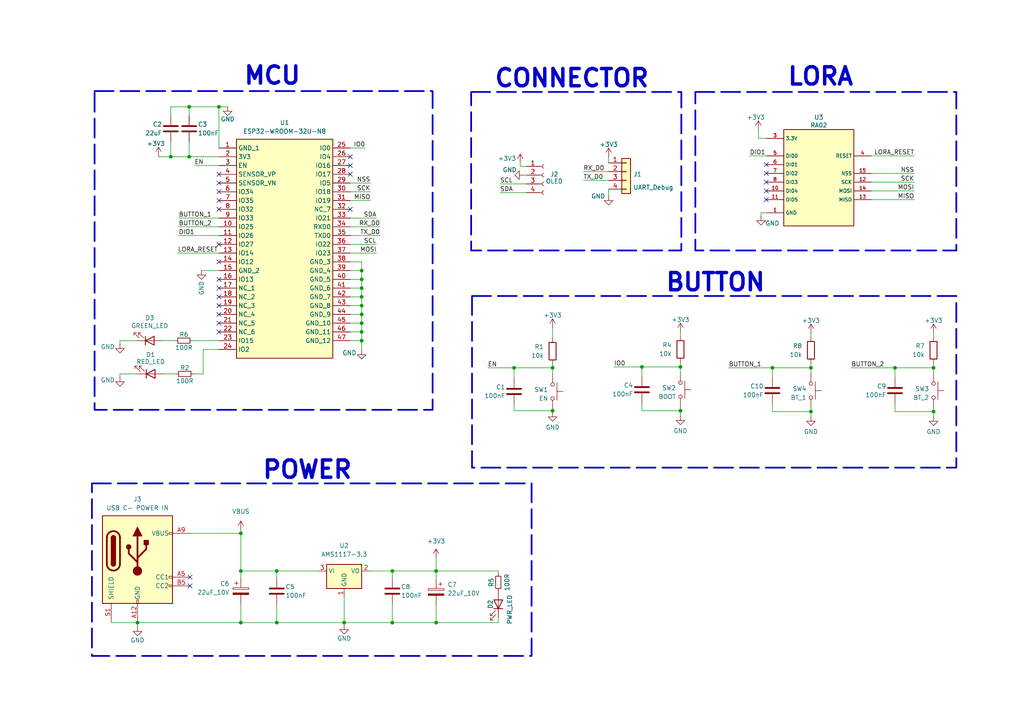
<source format=kicad_sch>
(kicad_sch (version 20231120) (generator "eeschema") (generator_version "8.0")
  (paper "A4")
  (lib_symbols
    (symbol "Connector:Conn_01x04_Socket" (pin_names (offset 1.016) hide)
      (property "Reference" "J" (at 0 5.08 0))
      (property "Value" "Conn_01x04_Socket" (at 0 -7.62 0))
      (symbol "Conn_01x04_Socket_1_1"
        (arc (start 0 -4.572) (mid -0.5058 -5.08) (end 0 -5.588) (stroke (width 0.1524)))
        (arc (start 0 -2.032) (mid -0.5058 -2.54) (end 0 -3.048) (stroke (width 0.1524)))
        (polyline (pts (xy -1.27 -5.08) (xy -0.508 -5.08)) (stroke (width 0.1524)))
        (polyline (pts (xy -1.27 -2.54) (xy -0.508 -2.54)) (stroke (width 0.1524)))
        (polyline (pts (xy -1.27 0) (xy -0.508 0)) (stroke (width 0.1524)))
        (polyline (pts (xy -1.27 2.54) (xy -0.508 2.54)) (stroke (width 0.1524)))
        (arc (start 0 0.508) (mid -0.5058 0) (end 0 -0.508) (stroke (width 0.1524)))
        (arc (start 0 3.048) (mid -0.5058 2.54) (end 0 2.032) (stroke (width 0.1524)))
        (pin passive line (at -5.08 2.54 0) (length 3.81) (name "Pin_1") (number "1"))
        (pin passive line (at -5.08 0 0) (length 3.81) (name "Pin_2") (number "2"))
        (pin passive line (at -5.08 -2.54 0) (length 3.81) (name "Pin_3") (number "3"))
        (pin passive line (at -5.08 -5.08 0) (length 3.81) (name "Pin_4") (number "4"))
      )
    )
    (symbol "Connector:USB_C_Receptacle_PowerOnly_6P" (pin_names (offset 1.016))
      (property "Reference" "J" (at 0 16.51 0))
      (property "Value" "USB_C_Receptacle_PowerOnly_6P" (at 0 13.97 0))
      (symbol "USB_C_Receptacle_PowerOnly_6P_0_0"
        (rectangle (start -0.254 -12.7) (end 0.254 -11.684))
        (rectangle (start 10.16 -7.366) (end 9.144 -7.874))
        (rectangle (start 10.16 -4.826) (end 9.144 -5.334))
        (rectangle (start 10.16 7.874) (end 9.144 7.366))
      )
      (symbol "USB_C_Receptacle_PowerOnly_6P_0_1"
        (rectangle (start -10.16 12.7) (end 10.16 -12.7) (stroke (width 0.254)) (fill (type background)))
        (arc (start -8.89 -1.27) (mid -6.985 -3.1667) (end -5.08 -1.27) (stroke (width 0.508)))
        (arc (start -7.62 -1.27) (mid -6.985 -1.9023) (end -6.35 -1.27) (stroke (width 0.254)))
        (arc (start -7.62 -1.27) (mid -6.985 -1.9023) (end -6.35 -1.27) (stroke (width 0.254)) (fill (type outline)))
        (rectangle (start -7.62 -1.27) (end -6.35 6.35) (stroke (width 0.254)) (fill (type outline)))
        (arc (start -6.35 6.35) (mid -6.985 6.9823) (end -7.62 6.35) (stroke (width 0.254)))
        (arc (start -6.35 6.35) (mid -6.985 6.9823) (end -7.62 6.35) (stroke (width 0.254)) (fill (type outline)))
        (arc (start -5.08 6.35) (mid -6.985 8.2467) (end -8.89 6.35) (stroke (width 0.508)))
        (circle (center -2.54 3.683) (radius 0.635) (stroke (width 0.254)) (fill (type outline)))
        (circle (center 0 -3.302) (radius 1.27) (fill (type outline)))
        (polyline (pts (xy -8.89 -1.27) (xy -8.89 6.35)) (stroke (width 0.508)))
        (polyline (pts (xy -5.08 6.35) (xy -5.08 -1.27)) (stroke (width 0.508)))
        (polyline (pts (xy 0 -3.302) (xy 0 6.858)) (stroke (width 0.508)))
        (polyline (pts (xy 0 -0.762) (xy -2.54 1.778) (xy -2.54 3.048)) (stroke (width 0.508)))
        (polyline (pts (xy 0 0.508) (xy 2.54 3.048) (xy 2.54 4.318)) (stroke (width 0.508)))
        (polyline (pts (xy -1.27 6.858) (xy 0 9.398) (xy 1.27 6.858) (xy -1.27 6.858)) (stroke (width 0.254)) (fill (type outline)))
        (rectangle (start 1.905 4.318) (end 3.175 5.588) (stroke (width 0.254)) (fill (type outline)))
      )
      (symbol "USB_C_Receptacle_PowerOnly_6P_1_1"
        (pin passive line (at 0 -17.78 90) (length 5.08) (name "GND") (number "A12"))
        (pin bidirectional line (at 15.24 -5.08 180) (length 5.08) (name "CC1") (number "A5"))
        (pin passive line (at 15.24 7.62 180) (length 5.08) (name "VBUS") (number "A9"))
        (pin passive line (at 0 -17.78 90) (length 5.08) hide (name "GND") (number "B12"))
        (pin bidirectional line (at 15.24 -7.62 180) (length 5.08) (name "CC2") (number "B5"))
        (pin passive line (at 15.24 7.62 180) (length 5.08) hide (name "VBUS") (number "B9"))
        (pin passive line (at -7.62 -17.78 90) (length 5.08) (name "SHIELD") (number "S1"))
      )
    )
    (symbol "Connector_Generic:Conn_01x04" (pin_names (offset 1.016) hide)
      (property "Reference" "J" (at 0 5.08 0))
      (property "Value" "Conn_01x04" (at 0 -7.62 0))
      (symbol "Conn_01x04_1_1"
        (rectangle (start -1.27 -4.953) (end 0 -5.207) (stroke (width 0.1524)))
        (rectangle (start -1.27 -2.413) (end 0 -2.667) (stroke (width 0.1524)))
        (rectangle (start -1.27 0.127) (end 0 -0.127) (stroke (width 0.1524)))
        (rectangle (start -1.27 2.667) (end 0 2.413) (stroke (width 0.1524)))
        (rectangle (start -1.27 3.81) (end 1.27 -6.35) (stroke (width 0.254)) (fill (type background)))
        (pin passive line (at -5.08 2.54 0) (length 3.81) (name "Pin_1") (number "1"))
        (pin passive line (at -5.08 0 0) (length 3.81) (name "Pin_2") (number "2"))
        (pin passive line (at -5.08 -2.54 0) (length 3.81) (name "Pin_3") (number "3"))
        (pin passive line (at -5.08 -5.08 0) (length 3.81) (name "Pin_4") (number "4"))
      )
    )
    (symbol "Device:C" (pin_numbers hide) (pin_names (offset 0.254))
      (property "Reference" "C" (at 0.635 2.54 0))
      (property "Value" "C" (at 0.635 -2.54 0))
      (symbol "C_0_1"
        (polyline (pts (xy -2.032 -0.762) (xy 2.032 -0.762)) (stroke (width 0.508)))
        (polyline (pts (xy -2.032 0.762) (xy 2.032 0.762)) (stroke (width 0.508)))
      )
      (symbol "C_1_1"
        (pin passive line (at 0 3.81 270) (length 2.794) (name "~") (number "1"))
        (pin passive line (at 0 -3.81 90) (length 2.794) (name "~") (number "2"))
      )
    )
    (symbol "Device:C_Polarized" (pin_numbers hide) (pin_names (offset 0.254))
      (property "Reference" "C" (at 0.635 2.54 0))
      (property "Value" "C_Polarized" (at 0.635 -2.54 0))
      (symbol "C_Polarized_0_1"
        (rectangle (start -2.286 0.508) (end 2.286 1.016))
        (polyline (pts (xy -1.778 2.286) (xy -0.762 2.286)))
        (polyline (pts (xy -1.27 2.794) (xy -1.27 1.778)))
        (rectangle (start 2.286 -0.508) (end -2.286 -1.016) (fill (type outline)))
      )
      (symbol "C_Polarized_1_1"
        (pin passive line (at 0 3.81 270) (length 2.794) (name "~") (number "1"))
        (pin passive line (at 0 -3.81 90) (length 2.794) (name "~") (number "2"))
      )
    )
    (symbol "Device:LED" (pin_numbers hide) (pin_names (offset 1.016) hide)
      (property "Reference" "D" (at 0 2.54 0))
      (property "Value" "LED" (at 0 -2.54 0))
      (symbol "LED_0_1"
        (polyline (pts (xy -1.27 -1.27) (xy -1.27 1.27)) (stroke (width 0.254)))
        (polyline (pts (xy -1.27 0) (xy 1.27 0)))
        (polyline (pts (xy 1.27 -1.27) (xy 1.27 1.27) (xy -1.27 0) (xy 1.27 -1.27)) (stroke (width 0.254)))
        (polyline (pts (xy -3.048 -0.762) (xy -4.572 -2.286) (xy -3.81 -2.286) (xy -4.572 -2.286) (xy -4.572 -1.524)))
        (polyline (pts (xy -1.778 -0.762) (xy -3.302 -2.286) (xy -2.54 -2.286) (xy -3.302 -2.286) (xy -3.302 -1.524)))
      )
      (symbol "LED_1_1"
        (pin passive line (at -3.81 0 0) (length 2.54) (name "K") (number "1"))
        (pin passive line (at 3.81 0 180) (length 2.54) (name "A") (number "2"))
      )
    )
    (symbol "Device:R" (pin_numbers hide) (pin_names (offset 0))
      (property "Reference" "R" (at 2.032 0 90))
      (property "Value" "R" (at 0 0 90))
      (symbol "R_0_1"
        (rectangle (start -1.016 -2.54) (end 1.016 2.54) (stroke (width 0.254)))
      )
      (symbol "R_1_1"
        (pin passive line (at 0 3.81 270) (length 1.27) (name "~") (number "1"))
        (pin passive line (at 0 -3.81 90) (length 1.27) (name "~") (number "2"))
      )
    )
    (symbol "Device:R_Small" (pin_numbers hide) (pin_names (offset 0.254) hide)
      (property "Reference" "R" (at 0.762 0.508 0))
      (property "Value" "R_Small" (at 0.762 -1.016 0))
      (symbol "R_Small_0_1"
        (rectangle (start -0.762 1.778) (end 0.762 -1.778) (stroke (width 0.2032)))
      )
      (symbol "R_Small_1_1"
        (pin passive line (at 0 2.54 270) (length 0.762) (name "~") (number "1"))
        (pin passive line (at 0 -2.54 90) (length 0.762) (name "~") (number "2"))
      )
    )
    (symbol "IVS_SYMBOL:SW_Push" (pin_numbers hide) (pin_names (offset 1.016) hide)
      (property "Reference" "SW" (at 1.27 2.54 0))
      (property "Value" "SW_Push" (at 0 -1.524 0))
      (symbol "SW_Push_0_1"
        (circle (center -2.032 0) (radius 0.508))
        (polyline (pts (xy 0 1.27) (xy 0 3.048)))
        (polyline (pts (xy 2.54 1.27) (xy -2.54 1.27)))
        (circle (center 2.032 0) (radius 0.508))
        (pin passive line (at -5.08 0 0) (length 2.54) (name "1") (number "1"))
        (pin passive line (at 5.08 0 180) (length 2.54) (name "2") (number "2"))
      )
    )
    (symbol "Master_Board:ESP32-WROOM-32U-N8"
      (property "Reference" "U" (at 0 38.354 0))
      (property "Value" "ESP32-WROOM-32U-N8" (at 0 36.068 0))
      (symbol "ESP32-WROOM-32U-N8_1_1"
        (rectangle (start -13.97 34.29) (end 13.97 -29.21) (stroke (width 0.254)) (fill (type background)))
        (pin passive line (at -19.05 31.75 0) (length 5.08) (name "GND_1") (number "1"))
        (pin passive line (at -19.05 8.89 0) (length 5.08) (name "IO25") (number "10"))
        (pin passive line (at -19.05 6.35 0) (length 5.08) (name "IO26") (number "11"))
        (pin passive line (at -19.05 3.81 0) (length 5.08) (name "IO27") (number "12"))
        (pin passive line (at -19.05 1.27 0) (length 5.08) (name "IO14") (number "13"))
        (pin passive line (at -19.05 -1.27 0) (length 5.08) (name "IO12") (number "14"))
        (pin passive line (at -19.05 -3.81 0) (length 5.08) (name "GND_2") (number "15"))
        (pin passive line (at -19.05 -6.35 0) (length 5.08) (name "IO13") (number "16"))
        (pin passive line (at -19.05 -8.89 0) (length 5.08) (name "NC_1") (number "17"))
        (pin passive line (at -19.05 -11.43 0) (length 5.08) (name "NC_2") (number "18"))
        (pin passive line (at -19.05 -13.97 0) (length 5.08) (name "NC_3") (number "19"))
        (pin passive line (at -19.05 29.21 0) (length 5.08) (name "3V3") (number "2"))
        (pin passive line (at -19.05 -16.51 0) (length 5.08) (name "NC_4") (number "20"))
        (pin passive line (at -19.05 -19.05 0) (length 5.08) (name "NC_5") (number "21"))
        (pin passive line (at -19.05 -21.59 0) (length 5.08) (name "NC_6") (number "22"))
        (pin passive line (at -19.05 -24.13 0) (length 5.08) (name "IO15") (number "23"))
        (pin passive line (at -19.05 -26.67 0) (length 5.08) (name "IO2") (number "24"))
        (pin passive line (at 19.05 31.75 180) (length 5.08) (name "IO0") (number "25"))
        (pin passive line (at 19.05 29.21 180) (length 5.08) (name "IO4") (number "26"))
        (pin passive line (at 19.05 26.67 180) (length 5.08) (name "IO16") (number "27"))
        (pin passive line (at 19.05 24.13 180) (length 5.08) (name "IO17") (number "28"))
        (pin passive line (at 19.05 21.59 180) (length 5.08) (name "IO5") (number "29"))
        (pin passive line (at -19.05 26.67 0) (length 5.08) (name "EN") (number "3"))
        (pin passive line (at 19.05 19.05 180) (length 5.08) (name "IO18") (number "30"))
        (pin passive line (at 19.05 16.51 180) (length 5.08) (name "IO19") (number "31"))
        (pin passive line (at 19.05 13.97 180) (length 5.08) (name "NC_7") (number "32"))
        (pin passive line (at 19.05 11.43 180) (length 5.08) (name "IO21") (number "33"))
        (pin passive line (at 19.05 8.89 180) (length 5.08) (name "RXD0") (number "34"))
        (pin passive line (at 19.05 6.35 180) (length 5.08) (name "TXD0") (number "35"))
        (pin passive line (at 19.05 3.81 180) (length 5.08) (name "IO22") (number "36"))
        (pin passive line (at 19.05 1.27 180) (length 5.08) (name "IO23") (number "37"))
        (pin passive line (at 19.05 -1.27 180) (length 5.08) (name "GND_3") (number "38"))
        (pin passive line (at 19.05 -3.81 180) (length 5.08) (name "GND_4") (number "39"))
        (pin passive line (at -19.05 24.13 0) (length 5.08) (name "SENSOR_VP") (number "4"))
        (pin passive line (at 19.05 -6.35 180) (length 5.08) (name "GND_5") (number "40"))
        (pin passive line (at 19.05 -8.89 180) (length 5.08) (name "GND_6") (number "41"))
        (pin passive line (at 19.05 -11.43 180) (length 5.08) (name "GND_7") (number "42"))
        (pin passive line (at 19.05 -13.97 180) (length 5.08) (name "GND_8") (number "43"))
        (pin passive line (at 19.05 -16.51 180) (length 5.08) (name "GND_9") (number "44"))
        (pin passive line (at 19.05 -19.05 180) (length 5.08) (name "GND_10") (number "45"))
        (pin passive line (at 19.05 -21.59 180) (length 5.08) (name "GND_11") (number "46"))
        (pin passive line (at 19.05 -24.13 180) (length 5.08) (name "GND_12") (number "47"))
        (pin passive line (at -19.05 21.59 0) (length 5.08) (name "SENSOR_VN") (number "5"))
        (pin passive line (at -19.05 19.05 0) (length 5.08) (name "IO34") (number "6"))
        (pin passive line (at -19.05 16.51 0) (length 5.08) (name "IO35") (number "7"))
        (pin passive line (at -19.05 13.97 0) (length 5.08) (name "IO32") (number "8"))
        (pin passive line (at -19.05 11.43 0) (length 5.08) (name "IO33") (number "9"))
      )
    )
    (symbol "Regulator_Linear:AMS1117-3.3"
      (property "Reference" "U" (at -3.81 3.175 0))
      (property "Value" "AMS1117-3.3" (at 0 3.175 0))
      (symbol "AMS1117-3.3_0_1"
        (rectangle (start -5.08 -5.08) (end 5.08 1.905) (stroke (width 0.254)) (fill (type background)))
      )
      (symbol "AMS1117-3.3_1_1"
        (pin power_in line (at 0 -7.62 90) (length 2.54) (name "GND") (number "1"))
        (pin power_out line (at 7.62 0 180) (length 2.54) (name "VO") (number "2"))
        (pin power_in line (at -7.62 0 0) (length 2.54) (name "VI") (number "3"))
      )
    )
    (symbol "power:+3V3" (power) (pin_numbers hide) (pin_names (offset 0) hide)
      (property "Value" "+3V3" (at 0 3.556 0))
      (symbol "+3V3_0_1"
        (polyline (pts (xy -0.762 1.27) (xy 0 2.54)))
        (polyline (pts (xy 0 0) (xy 0 2.54)))
        (polyline (pts (xy 0 2.54) (xy 0.762 1.27)))
      )
      (symbol "+3V3_1_1"
        (pin power_in line (at 0 0 90) (length 0) (name "~") (number "1"))
      )
    )
    (symbol "power:GND" (power) (pin_numbers hide) (pin_names (offset 0) hide)
      (property "Value" "GND" (at 0 -3.81 0))
      (symbol "GND_0_1"
        (polyline (pts (xy 0 0) (xy 0 -1.27) (xy 1.27 -1.27) (xy 0 -2.54) (xy -1.27 -1.27) (xy 0 -1.27)))
      )
      (symbol "GND_1_1"
        (pin power_in line (at 0 0 270) (length 0) (name "~") (number "1"))
      )
    )
    (symbol "power:VBUS" (power) (pin_numbers hide) (pin_names (offset 0) hide)
      (property "Value" "VBUS" (at 0 3.556 0))
      (symbol "VBUS_0_1"
        (polyline (pts (xy -0.762 1.27) (xy 0 2.54)))
        (polyline (pts (xy 0 0) (xy 0 2.54)))
        (polyline (pts (xy 0 2.54) (xy 0.762 1.27)))
      )
      (symbol "VBUS_1_1"
        (pin power_in line (at 0 0 90) (length 0) (name "~") (number "1"))
      )
    )
    (symbol "project241_sym:Lora_RA_02"
      (property "Reference" "U4" (at 0 19.304 0))
      (property "Value" "RA02" (at 0 16.764 0))
      (symbol "Lora_RA_02_0_0"
        (rectangle (start -10.16 13.97) (end 10.16 -13.97) (stroke (width 0.254)) (fill (type background)))
        (pin bidirectional line (at 15.24 -3.81 180) (length 5.08) (name "DI04") (number "10"))
        (pin bidirectional line (at 15.24 -6.35 180) (length 5.08) (name "DI05") (number "11"))
        (pin output line (at -15.24 -6.35 0) (length 5.08) (name "MISO") (number "13"))
        (pin input line (at -15.24 -3.81 0) (length 5.08) (name "MOSI") (number "14"))
        (pin input line (at -15.24 1.27 0) (length 5.08) (name "NSS") (number "15"))
        (pin power_in line (at 15.24 -10.16 180) (length 5.08) hide (name "GND") (number "16"))
        (pin power_in line (at 15.24 -10.16 180) (length 5.08) hide (name "GND") (number "2"))
        (pin input line (at -15.24 6.35 0) (length 5.08) (name "RESET") (number "4"))
        (pin bidirectional line (at 15.24 6.35 180) (length 5.08) (name "DI00") (number "5"))
        (pin bidirectional line (at 15.24 3.81 180) (length 5.08) (name "DI01") (number "6"))
        (pin bidirectional line (at 15.24 1.27 180) (length 5.08) (name "DI02") (number "7"))
        (pin bidirectional line (at 15.24 -1.27 180) (length 5.08) (name "DI03") (number "8"))
        (pin power_in line (at 15.24 -10.16 180) (length 5.08) hide (name "GND") (number "9"))
      )
      (symbol "Lora_RA_02_1_0"
        (pin passive line (at 15.24 -10.16 180) (length 5.08) (name "GND") (number "1"))
        (pin input line (at -15.24 -1.27 0) (length 5.08) (name "SCK") (number "12"))
        (pin passive line (at 15.24 11.43 180) (length 5.08) (name "3.3V") (number "3"))
      )
    )
  )
  (junction (at 104.902 83.566))
  (junction (at 160.274 119.126))
  (junction (at 149.098 106.68))
  (junction (at 63.5 30.988))
  (junction (at 104.902 81.026))
  (junction (at 104.902 93.726))
  (junction (at 126.492 180.594))
  (junction (at 197.358 119.126))
  (junction (at 186.182 106.426))
  (junction (at 80.264 165.608))
  (junction (at 160.274 106.68))
  (junction (at 224.028 106.68))
  (junction (at 113.792 180.594))
  (junction (at 99.822 180.594))
  (junction (at 104.902 98.806))
  (junction (at 69.85 154.686))
  (junction (at 49.53 45.466))
  (junction (at 270.764 119.38))
  (junction (at 104.902 96.266))
  (junction (at 104.902 78.486))
  (junction (at 104.902 88.646))
  (junction (at 235.204 119.38))
  (junction (at 69.85 165.608))
  (junction (at 270.764 106.68))
  (junction (at 104.902 91.186))
  (junction (at 104.902 86.106))
  (junction (at 54.864 30.988))
  (junction (at 126.492 165.608))
  (junction (at 197.358 106.426))
  (junction (at 259.588 106.68))
  (junction (at 54.864 45.466))
  (junction (at 80.264 180.594))
  (junction (at 235.204 106.68))
  (junction (at 39.878 180.594))
  (junction (at 69.85 180.594))
  (junction (at 113.792 165.608))
  (no_connect (at 222.25 47.752))
  (no_connect (at 222.25 55.372))
  (no_connect (at 63.5 83.566))
  (no_connect (at 222.25 57.912))
  (no_connect (at 63.5 75.946))
  (no_connect (at 63.5 93.726))
  (no_connect (at 101.6 48.006))
  (no_connect (at 55.118 167.386))
  (no_connect (at 222.25 50.292))
  (no_connect (at 101.6 45.466))
  (no_connect (at 101.6 60.706))
  (no_connect (at 63.5 86.106))
  (no_connect (at 63.5 88.646))
  (no_connect (at 63.5 60.706))
  (no_connect (at 63.5 91.186))
  (no_connect (at 63.5 96.266))
  (no_connect (at 55.118 169.926))
  (no_connect (at 101.6 50.546))
  (no_connect (at 63.5 81.026))
  (no_connect (at 63.5 53.086))
  (no_connect (at 222.25 52.832))
  (no_connect (at 63.5 55.626))
  (no_connect (at 63.5 50.546))
  (no_connect (at 63.5 58.166))
  (no_connect (at 63.5 70.866))
  (wire (pts (xy 63.5 30.988) (xy 63.5 42.926)))
  (wire (pts (xy 51.816 65.786) (xy 63.5 65.786)))
  (wire (pts (xy 109.22 70.866) (xy 101.6 70.866)))
  (wire (pts (xy 113.792 165.608) (xy 126.492 165.608)))
  (wire (pts (xy 160.274 106.68) (xy 149.098 106.68)))
  (wire (pts (xy 104.902 86.106) (xy 104.902 88.646)))
  (wire (pts (xy 126.492 180.594) (xy 144.526 180.594)))
  (wire (pts (xy 34.798 99.822) (xy 34.798 98.806)))
  (wire (pts (xy 259.588 117.094) (xy 259.588 119.38)))
  (wire (pts (xy 104.902 98.806) (xy 101.6 98.806)))
  (wire (pts (xy 80.264 165.608) (xy 92.202 165.608)))
  (wire (pts (xy 32.258 180.594) (xy 39.878 180.594)))
  (wire (pts (xy 197.358 120.65) (xy 197.358 119.126)))
  (wire (pts (xy 49.53 45.466) (xy 49.53 41.148)))
  (wire (pts (xy 58.928 108.458) (xy 58.928 101.346)))
  (wire (pts (xy 49.53 33.528) (xy 49.53 30.988)))
  (wire (pts (xy 99.822 173.228) (xy 99.822 180.594)))
  (wire (pts (xy 259.588 106.68) (xy 270.764 106.68)))
  (wire (pts (xy 39.878 180.594) (xy 39.878 180.086)))
  (wire (pts (xy 34.798 98.806) (xy 39.624 98.806)))
  (wire (pts (xy 80.264 180.594) (xy 99.822 180.594)))
  (wire (pts (xy 105.918 42.926) (xy 101.6 42.926)))
  (wire (pts (xy 141.478 106.68) (xy 149.098 106.68)))
  (wire (pts (xy 47.498 108.458) (xy 51.054 108.458)))
  (wire (pts (xy 265.176 55.372) (xy 252.73 55.372)))
  (wire (pts (xy 104.902 96.266) (xy 104.902 98.806)))
  (wire (pts (xy 104.902 81.026) (xy 101.6 81.026)))
  (wire (pts (xy 197.358 106.426) (xy 197.358 107.95)))
  (wire (pts (xy 47.244 98.806) (xy 50.8 98.806)))
  (wire (pts (xy 104.902 101.6) (xy 104.902 98.806)))
  (wire (pts (xy 150.876 47.244) (xy 150.876 48.26)))
  (wire (pts (xy 69.85 165.608) (xy 80.264 165.608)))
  (wire (pts (xy 49.53 30.988) (xy 54.864 30.988)))
  (wire (pts (xy 69.85 154.686) (xy 69.85 165.608)))
  (wire (pts (xy 104.902 93.726) (xy 104.902 96.266)))
  (wire (pts (xy 235.204 96.52) (xy 235.204 97.79)))
  (wire (pts (xy 220.726 62.738) (xy 220.726 61.722)))
  (wire (pts (xy 265.176 57.912) (xy 252.73 57.912)))
  (wire (pts (xy 224.028 106.68) (xy 235.204 106.68)))
  (wire (pts (xy 270.764 106.68) (xy 270.764 108.204)))
  (wire (pts (xy 104.902 93.726) (xy 101.6 93.726)))
  (wire (pts (xy 104.902 88.646) (xy 101.6 88.646)))
  (wire (pts (xy 126.492 165.608) (xy 144.526 165.608)))
  (wire (pts (xy 51.816 63.246) (xy 63.5 63.246)))
  (wire (pts (xy 169.164 52.324) (xy 176.53 52.324)))
  (wire (pts (xy 55.118 154.686) (xy 69.85 154.686)))
  (wire (pts (xy 265.176 52.832) (xy 252.73 52.832)))
  (wire (pts (xy 107.442 55.626) (xy 101.6 55.626)))
  (wire (pts (xy 104.902 88.646) (xy 104.902 91.186)))
  (wire (pts (xy 101.6 63.246) (xy 109.22 63.246)))
  (wire (pts (xy 99.822 180.594) (xy 99.822 181.356)))
  (wire (pts (xy 113.792 167.64) (xy 113.792 165.608)))
  (wire (pts (xy 176.53 54.864) (xy 176.53 56.896)))
  (wire (pts (xy 186.182 106.426) (xy 186.182 109.22)))
  (wire (pts (xy 160.274 106.68) (xy 160.274 108.458)))
  (wire (pts (xy 69.85 175.26) (xy 69.85 180.594)))
  (wire (pts (xy 110.236 68.326) (xy 101.6 68.326)))
  (wire (pts (xy 54.864 45.466) (xy 49.53 45.466)))
  (wire (pts (xy 63.5 30.988) (xy 54.864 30.988)))
  (wire (pts (xy 58.928 101.346) (xy 63.5 101.346)))
  (wire (pts (xy 126.492 175.514) (xy 126.492 180.594)))
  (wire (pts (xy 265.176 50.292) (xy 252.73 50.292)))
  (wire (pts (xy 186.182 116.84) (xy 186.182 119.126)))
  (wire (pts (xy 39.878 180.594) (xy 69.85 180.594)))
  (wire (pts (xy 55.88 98.806) (xy 63.5 98.806)))
  (wire (pts (xy 51.562 73.406) (xy 63.5 73.406)))
  (wire (pts (xy 39.878 180.594) (xy 39.878 181.864)))
  (wire (pts (xy 110.236 65.786) (xy 101.6 65.786)))
  (wire (pts (xy 144.526 166.37) (xy 144.526 165.608)))
  (wire (pts (xy 104.902 91.186) (xy 104.902 93.726)))
  (wire (pts (xy 69.85 180.594) (xy 80.264 180.594)))
  (wire (pts (xy 104.902 86.106) (xy 101.6 86.106)))
  (wire (pts (xy 104.902 91.186) (xy 101.6 91.186)))
  (wire (pts (xy 51.816 68.326) (xy 63.5 68.326)))
  (wire (pts (xy 104.902 78.486) (xy 104.902 81.026)))
  (wire (pts (xy 259.588 106.68) (xy 259.588 109.474)))
  (wire (pts (xy 270.764 120.904) (xy 270.764 119.38)))
  (wire (pts (xy 104.902 75.946) (xy 104.902 78.486)))
  (wire (pts (xy 99.822 180.594) (xy 113.792 180.594)))
  (wire (pts (xy 270.764 118.364) (xy 270.764 119.38)))
  (wire (pts (xy 34.798 108.458) (xy 39.878 108.458)))
  (wire (pts (xy 235.204 120.904) (xy 235.204 119.38)))
  (wire (pts (xy 197.358 105.156) (xy 197.358 106.426)))
  (wire (pts (xy 104.902 75.946) (xy 101.6 75.946)))
  (wire (pts (xy 150.876 48.26) (xy 152.654 48.26)))
  (wire (pts (xy 176.53 45.466) (xy 176.53 47.244)))
  (wire (pts (xy 107.442 53.086) (xy 101.6 53.086)))
  (wire (pts (xy 107.442 58.166) (xy 101.6 58.166)))
  (wire (pts (xy 152.654 53.34) (xy 145.034 53.34)))
  (wire (pts (xy 101.6 73.406) (xy 109.22 73.406)))
  (wire (pts (xy 144.526 179.07) (xy 144.526 180.594)))
  (wire (pts (xy 270.764 105.41) (xy 270.764 106.68)))
  (wire (pts (xy 211.328 106.68) (xy 224.028 106.68)))
  (wire (pts (xy 197.358 118.11) (xy 197.358 119.126)))
  (wire (pts (xy 113.792 180.594) (xy 126.492 180.594)))
  (wire (pts (xy 219.964 40.132) (xy 222.25 40.132)))
  (wire (pts (xy 80.264 167.64) (xy 80.264 165.608)))
  (wire (pts (xy 186.182 119.126) (xy 197.358 119.126)))
  (wire (pts (xy 151.892 50.8) (xy 152.654 50.8)))
  (wire (pts (xy 104.902 83.566) (xy 104.902 86.106)))
  (wire (pts (xy 45.974 45.466) (xy 45.974 45.212)))
  (wire (pts (xy 104.902 78.486) (xy 101.6 78.486)))
  (wire (pts (xy 235.204 106.68) (xy 235.204 108.204)))
  (wire (pts (xy 56.134 108.458) (xy 58.928 108.458)))
  (wire (pts (xy 149.098 106.68) (xy 149.098 109.728)))
  (wire (pts (xy 235.204 105.41) (xy 235.204 106.68)))
  (wire (pts (xy 69.85 165.608) (xy 69.85 167.64)))
  (wire (pts (xy 104.902 83.566) (xy 101.6 83.566)))
  (wire (pts (xy 45.974 45.466) (xy 49.53 45.466)))
  (wire (pts (xy 160.274 119.126) (xy 149.098 119.126)))
  (wire (pts (xy 169.164 49.784) (xy 176.53 49.784)))
  (wire (pts (xy 104.902 96.266) (xy 101.6 96.266)))
  (wire (pts (xy 113.792 175.26) (xy 113.792 180.594)))
  (wire (pts (xy 160.274 105.664) (xy 160.274 106.68)))
  (wire (pts (xy 160.274 94.996) (xy 160.274 98.044)))
  (wire (pts (xy 235.204 118.364) (xy 235.204 119.38)))
  (wire (pts (xy 56.388 48.006) (xy 63.5 48.006)))
  (wire (pts (xy 104.902 81.026) (xy 104.902 83.566)))
  (wire (pts (xy 126.492 167.894) (xy 126.492 165.608)))
  (wire (pts (xy 149.098 117.348) (xy 149.098 119.126)))
  (wire (pts (xy 197.358 96.266) (xy 197.358 97.536)))
  (wire (pts (xy 34.798 109.474) (xy 34.798 108.458)))
  (wire (pts (xy 259.588 119.38) (xy 270.764 119.38)))
  (wire (pts (xy 126.492 161.798) (xy 126.492 165.608)))
  (wire (pts (xy 58.42 78.486) (xy 63.5 78.486)))
  (wire (pts (xy 224.028 117.094) (xy 224.028 119.38)))
  (wire (pts (xy 224.028 119.38) (xy 235.204 119.38)))
  (wire (pts (xy 80.264 175.26) (xy 80.264 180.594)))
  (wire (pts (xy 265.176 45.212) (xy 252.73 45.212)))
  (wire (pts (xy 63.5 45.466) (xy 54.864 45.466)))
  (wire (pts (xy 178.054 106.426) (xy 186.182 106.426)))
  (wire (pts (xy 69.85 153.67) (xy 69.85 154.686)))
  (wire (pts (xy 145.034 55.88) (xy 152.654 55.88)))
  (wire (pts (xy 220.726 61.722) (xy 222.25 61.722)))
  (wire (pts (xy 219.964 37.592) (xy 219.964 40.132)))
  (wire (pts (xy 66.04 30.988) (xy 63.5 30.988)))
  (wire (pts (xy 160.274 119.126) (xy 160.274 119.634)))
  (wire (pts (xy 107.442 165.608) (xy 113.792 165.608)))
  (wire (pts (xy 246.888 106.68) (xy 259.588 106.68)))
  (wire (pts (xy 224.028 106.68) (xy 224.028 109.474)))
  (wire (pts (xy 270.764 96.52) (xy 270.764 97.79)))
  (wire (pts (xy 217.424 45.212) (xy 222.25 45.212)))
  (wire (pts (xy 160.274 118.618) (xy 160.274 119.126)))
  (wire (pts (xy 54.864 41.148) (xy 54.864 45.466)))
  (wire (pts (xy 54.864 33.528) (xy 54.864 30.988)))
  (wire (pts (xy 186.182 106.426) (xy 197.358 106.426)))
  (wire (pts (xy 32.258 180.086) (xy 32.258 180.594)))
  (rectangle (start 136.906 85.852) (end 277.368 135.636) (stroke (width 0.5) (type dash)))
  (rectangle (start 136.652 26.67) (end 197.612 72.644) (stroke (width 0.5) (type dash)))
  (rectangle (start 27.432 26.416) (end 125.476 118.872) (stroke (width 0.5) (type dash)))
  (rectangle (start 201.676 26.67) (end 277.368 72.644) (stroke (width 0.5) (type dash)))
  (rectangle (start 26.67 140.208) (end 154.178 190.246) (stroke (width 0.5) (type dash)))
  (text "MCU" (at 78.994 22.098 0) (effects (font (size 5 5) (thickness 1) (bold yes))))
  (text "BUTTON" (at 207.518 82.042 0) (effects (font (size 5 5) (thickness 1) (bold yes))))
  (text "POWER\n" (at 89.154 136.398 0) (effects (font (size 5 5) (thickness 1) (bold yes))))
  (text "LORA\n" (at 237.998 22.352 0) (effects (font (size 5 5) (thickness 1) (bold yes))))
  (text "CONNECTOR" (at 165.862 22.86 0) (effects (font (size 5 5) (thickness 1) (bold yes))))
  (label "IO0" (at 178.054 106.426 0))
  (label "MISO" (at 107.442 58.166 180))
  (label "IO0" (at 105.918 42.926 180))
  (label "TX_D0" (at 169.164 52.324 0))
  (label "SCL" (at 145.034 53.34 0))
  (label "SCK" (at 265.176 52.832 180))
  (label "SDA" (at 109.22 63.246 180))
  (label "SCL" (at 109.22 70.866 180))
  (label "BUTTON_2" (at 51.816 65.786 0))
  (label "SCK" (at 107.442 55.626 180))
  (label "EN" (at 56.388 48.006 0))
  (label "BUTTON_1" (at 211.328 106.68 0))
  (label "DIO1" (at 217.424 45.212 0))
  (label "BUTTON_2" (at 246.888 106.68 0))
  (label "TX_D0" (at 110.236 68.326 180))
  (label "LORA_RESET" (at 265.176 45.212 180))
  (label "EN" (at 141.478 106.68 0))
  (label "SDA" (at 145.034 55.88 0))
  (label "BUTTON_1" (at 51.816 63.246 0))
  (label "RX_D0" (at 110.236 65.786 180))
  (label "NSS" (at 265.176 50.292 180))
  (label "RX_D0" (at 169.164 49.784 0))
  (label "LORA_RESET" (at 51.562 73.406 0))
  (label "MISO" (at 265.176 57.912 180))
  (label "MOSI" (at 265.176 55.372 180))
  (label "NSS" (at 107.442 53.086 180))
  (label "MOSI" (at 109.22 73.406 180))
  (label "DIO1" (at 51.816 68.326 0))
  (symbol (lib_id "Device:R_Small") (at 53.594 108.458 270) (mirror x) (unit 1)
    (property "Reference" "R2" (at 53.594 106.68 90))
    (property "Value" "100R" (at 53.594 110.49 90))
    (property "Footprint" "Resistor_SMD:R_0603_1608Metric" (effects (hide yes)))
    (property "DigiKey Part Number" "311-150HRTR-ND" (effects (hide yes)))
  )
  (symbol (lib_id "IVS_SYMBOL:SW_Push") (at 197.358 113.03 270) (mirror x) (unit 1)
    (property "Reference" "SW2" (at 196.088 112.5219 90) (effects (justify right)))
    (property "Value" "BOOT" (at 196.088 115.0619 90) (effects (justify right)))
    (property "Footprint" "Master_Board:SW" (effects (hide yes)))
    (property "Description" "Push button switch, generic, two pins" (effects (hide yes)))
    (property "DigiKey Part Number" "CKN10502TR-ND" (effects (hide yes)))
  )
  (symbol (lib_id "power:GND") (at 160.274 119.634 0) (mirror y) (unit 1)
    (property "Reference" "#PWR02" (effects (hide yes)))
    (property "Value" "GND" (at 160.274 123.952 0))
    (property "Description" "Power symbol creates a global label with name \"GND\" , ground" (effects (hide yes)))
  )
  (symbol (lib_id "power:GND") (at 34.798 109.474 0) (mirror y) (unit 1)
    (property "Reference" "#PWR03" (effects (hide yes)))
    (property "Value" "GND" (at 31.242 110.236 0))
    (property "Description" "Power symbol creates a global label with name \"GND\" , ground" (effects (hide yes)))
  )
  (symbol (lib_id "power:+3V3") (at 235.204 96.52 0) (mirror y) (unit 1)
    (property "Reference" "#PWR024" (effects (hide yes)))
    (property "Value" "+3V3" (at 235.204 92.964 0))
    (property "Description" "Power symbol creates a global label with name \"+3V3\"" (effects (hide yes)))
  )
  (symbol (lib_id "Connector_Generic:Conn_01x04") (at 181.61 49.784 0) (unit 1)
    (property "Reference" "J1" (at 184.912 50.546 0))
    (property "Value" "UART_Debug" (at 189.484 54.356 0))
    (property "Footprint" "Connector_PinHeader_2.54mm:PinHeader_1x04_P2.54mm_Vertical" (effects (hide yes)))
    (property "Description" "Generic connector, single row, 01x04, script generated (kicad-library-utils/schlib/autogen/connector/)" (effects (hide yes)))
  )
  (symbol (lib_id "project241_sym:Lora_RA_02") (at 237.49 51.562 0) (mirror y) (unit 1)
    (property "Reference" "U3" (at 237.49 34.036 0))
    (property "Value" "RA02" (at 237.49 36.322 0))
    (property "Footprint" "Master_Board:RA-02" (effects (hide yes)))
  )
  (symbol (lib_id "power:GND") (at 39.878 181.864 0) (unit 1)
    (property "Reference" "#PWR015" (effects (hide yes)))
    (property "Value" "GND" (at 39.878 185.674 0))
    (property "Description" "Power symbol creates a global label with name \"GND\" , ground" (effects (hide yes)))
  )
  (symbol (lib_id "power:+3V3") (at 126.492 161.798 0) (unit 1)
    (property "Reference" "#PWR014" (effects (hide yes)))
    (property "Value" "+3V3" (at 126.492 156.972 0))
    (property "Description" "Power symbol creates a global label with name \"+3V3\"" (effects (hide yes)))
  )
  (symbol (lib_id "power:GND") (at 34.798 99.822 0) (mirror y) (unit 1)
    (property "Reference" "#PWR021" (effects (hide yes)))
    (property "Value" "GND" (at 31.242 100.584 0))
    (property "Description" "Power symbol creates a global label with name \"GND\" , ground" (effects (hide yes)))
  )
  (symbol (lib_id "Device:C") (at 224.028 113.284 0) (mirror y) (unit 1)
    (property "Reference" "C10" (at 221.488 112.014 0) (effects (justify left)))
    (property "Value" "100nF" (at 221.488 114.554 0) (effects (justify left)))
    (property "Footprint" "Capacitor_SMD:C_0603_1608Metric" (effects (hide yes)))
    (property "Description" "Unpolarized capacitor" (effects (hide yes)))
    (property "DigiKey Part Number" "1276-1013-2-ND" (effects (hide yes)))
  )
  (symbol (lib_id "power:GND") (at 220.726 62.738 0) (mirror y) (unit 1)
    (property "Reference" "#PWR019" (effects (hide yes)))
    (property "Value" "GND" (at 224.028 64.77 0))
    (property "Description" "Power symbol creates a global label with name \"GND\" , ground" (effects (hide yes)))
  )
  (symbol (lib_id "Device:LED") (at 43.688 108.458 0) (mirror x) (unit 1)
    (property "Reference" "D1" (at 43.688 102.87 0))
    (property "Value" "RED_LED" (at 43.688 104.902 0))
    (property "Footprint" "LED_SMD:LED_0603_1608Metric" (effects (hide yes)))
    (property "Datasheet" "0805" (effects (hide yes)))
    (property "DigiKey Part Number" "732-4978-2-ND" (effects (hide yes)))
  )
  (symbol (lib_id "Master_Board:ESP32-WROOM-32U-N8") (at 82.55 74.676 0) (unit 1)
    (property "Reference" "U1" (at 82.55 35.56 0))
    (property "Value" "ESP32-WROOM-32U-N8" (at 82.55 38.1 0))
    (property "Footprint" "Master_Board:ESP32WROOM32UEN8" (effects (hide yes)))
  )
  (symbol (lib_id "power:+3V3") (at 150.876 47.244 0) (mirror y) (unit 1)
    (property "Reference" "#PWR017" (effects (hide yes)))
    (property "Value" "+3V3" (at 147.066 45.974 0))
    (property "Description" "Power symbol creates a global label with name \"+3V3\"" (effects (hide yes)))
  )
  (symbol (lib_id "Device:C") (at 149.098 113.538 0) (mirror y) (unit 1)
    (property "Reference" "C1" (at 146.558 112.268 0) (effects (justify left)))
    (property "Value" "100nF" (at 146.558 114.808 0) (effects (justify left)))
    (property "Footprint" "Capacitor_SMD:C_0603_1608Metric" (effects (hide yes)))
    (property "Description" "Unpolarized capacitor" (effects (hide yes)))
    (property "DigiKey Part Number" "1276-1013-2-ND" (effects (hide yes)))
  )
  (symbol (lib_id "Device:C") (at 49.53 37.338 0) (mirror y) (unit 1)
    (property "Reference" "C2" (at 46.99 36.068 0) (effects (justify left)))
    (property "Value" "22uF" (at 46.99 38.608 0) (effects (justify left)))
    (property "Footprint" "Capacitor_SMD:C_0603_1608Metric" (effects (hide yes)))
    (property "Description" "Unpolarized capacitor" (effects (hide yes)))
    (property "DigiKey Part Number" "1276-1013-2-ND" (effects (hide yes)))
  )
  (symbol (lib_id "Device:LED") (at 43.434 98.806 0) (mirror x) (unit 1)
    (property "Reference" "D3" (at 43.434 92.202 0))
    (property "Value" "GREEN_LED" (at 43.434 94.488 0))
    (property "Footprint" "LED_SMD:LED_0603_1608Metric" (effects (hide yes)))
    (property "Datasheet" "0805" (effects (hide yes)))
    (property "DigiKey Part Number" "732-4978-2-ND" (effects (hide yes)))
  )
  (symbol (lib_id "power:+3V3") (at 270.764 96.52 0) (mirror y) (unit 1)
    (property "Reference" "#PWR022" (effects (hide yes)))
    (property "Value" "+3V3" (at 270.764 92.964 0))
    (property "Description" "Power symbol creates a global label with name \"+3V3\"" (effects (hide yes)))
  )
  (symbol (lib_id "power:+3V3") (at 160.274 94.996 0) (mirror y) (unit 1)
    (property "Reference" "#PWR01" (effects (hide yes)))
    (property "Value" "+3V3" (at 160.274 91.44 0))
    (property "Description" "Power symbol creates a global label with name \"+3V3\"" (effects (hide yes)))
  )
  (symbol (lib_id "Device:C") (at 186.182 113.03 0) (mirror y) (unit 1)
    (property "Reference" "C4" (at 183.642 111.76 0) (effects (justify left)))
    (property "Value" "100nF" (at 183.642 114.3 0) (effects (justify left)))
    (property "Footprint" "Capacitor_SMD:C_0603_1608Metric" (effects (hide yes)))
    (property "Description" "Unpolarized capacitor" (effects (hide yes)))
    (property "DigiKey Part Number" "1276-1013-2-ND" (effects (hide yes)))
  )
  (symbol (lib_id "Device:C") (at 259.588 113.284 0) (mirror y) (unit 1)
    (property "Reference" "C9" (at 257.048 112.014 0) (effects (justify left)))
    (property "Value" "100nF" (at 257.048 114.554 0) (effects (justify left)))
    (property "Footprint" "Capacitor_SMD:C_0603_1608Metric" (effects (hide yes)))
    (property "Description" "Unpolarized capacitor" (effects (hide yes)))
    (property "DigiKey Part Number" "1276-1013-2-ND" (effects (hide yes)))
  )
  (symbol (lib_id "Device:R") (at 160.274 101.854 0) (mirror y) (unit 1)
    (property "Reference" "R1" (at 157.734 100.5839 0) (effects (justify left)))
    (property "Value" "10k" (at 157.734 103.1239 0) (effects (justify left)))
    (property "Footprint" "Resistor_SMD:R_0603_1608Metric" (effects (hide yes)))
    (property "Description" "Resistor" (effects (hide yes)))
    (property "DigiKey Part Number" "311-10.0KHRTR-ND" (effects (hide yes)))
  )
  (symbol (lib_id "Regulator_Linear:AMS1117-3.3") (at 99.822 165.608 0) (unit 1)
    (property "Reference" "U2" (at 99.822 158.242 0))
    (property "Value" "AMS1117-3.3" (at 99.822 160.782 0))
    (property "Footprint" "Package_TO_SOT_SMD:SOT-223-3_TabPin2" (effects (hide yes)))
    (property "Datasheet" "http://www.advanced-monolithic.com/pdf/ds1117.pdf" (effects (hide yes)))
    (property "Description" "1A Low Dropout regulator, positive, 3.3V fixed output, SOT-223" (effects (hide yes)))
  )
  (symbol (lib_id "power:+3V3") (at 219.964 37.592 0) (unit 1)
    (property "Reference" "#PWR020" (effects (hide yes)))
    (property "Value" "+3V3" (at 219.202 34.036 0))
    (property "Description" "Power symbol creates a global label with name \"+3V3\"" (effects (hide yes)))
  )
  (symbol (lib_id "power:GND") (at 151.892 50.8 270) (mirror x) (unit 1)
    (property "Reference" "#PWR018" (effects (hide yes)))
    (property "Value" "GND" (at 147.828 49.276 90))
    (property "Description" "Power symbol creates a global label with name \"GND\" , ground" (effects (hide yes)))
  )
  (symbol (lib_id "power:GND") (at 176.53 56.896 0) (unit 1)
    (property "Reference" "#PWR010" (effects (hide yes)))
    (property "Value" "GND" (at 173.482 56.896 0))
    (property "Description" "Power symbol creates a global label with name \"GND\" , ground" (effects (hide yes)))
  )
  (symbol (lib_id "power:+3V3") (at 176.53 45.466 0) (mirror y) (unit 1)
    (property "Reference" "#PWR09" (effects (hide yes)))
    (property "Value" "+3V3" (at 176.53 41.91 0))
    (property "Description" "Power symbol creates a global label with name \"+3V3\"" (effects (hide yes)))
  )
  (symbol (lib_id "Connector:USB_C_Receptacle_PowerOnly_6P") (at 39.878 162.306 0) (unit 1)
    (property "Reference" "J3" (at 39.878 144.78 0))
    (property "Value" "USB C- POWER IN" (at 39.878 147.32 0))
    (property "Footprint" "Connector_USB:USB_C_Receptacle_GCT_USB4125-xx-x-0190_6P_TopMnt_Horizontal" (effects (hide yes)))
    (property "Datasheet" "https://www.usb.org/sites/default/files/documents/usb_type-c.zip" (effects (hide yes)))
    (property "Description" "USB Power-Only 6P Type-C Receptacle connector" (effects (hide yes)))
  )
  (symbol (lib_id "Device:C") (at 113.792 171.45 0) (mirror y) (unit 1)
    (property "Reference" "C8" (at 116.332 170.18 0) (effects (justify right)))
    (property "Value" "100nF" (at 116.332 172.72 0) (effects (justify right)))
    (property "Footprint" "Capacitor_SMD:C_0603_1608Metric" (effects (hide yes)))
    (property "Description" "Unpolarized capacitor" (effects (hide yes)))
  )
  (symbol (lib_id "Connector:Conn_01x04_Socket") (at 157.734 50.8 0) (unit 1)
    (property "Reference" "J2" (at 160.782 50.546 0))
    (property "Value" "OLED" (at 160.782 52.578 0))
    (property "Footprint" "Master_Board:OLED_CONN" (effects (hide yes)))
    (property "Description" "Generic connector, single row, 01x04, script generated" (effects (hide yes)))
  )
  (symbol (lib_id "Device:C") (at 54.864 37.338 0) (unit 1)
    (property "Reference" "C3" (at 57.404 36.068 0) (effects (justify left)))
    (property "Value" "100nF" (at 57.404 38.608 0) (effects (justify left)))
    (property "Footprint" "Capacitor_SMD:C_0603_1608Metric" (effects (hide yes)))
    (property "Description" "Unpolarized capacitor" (effects (hide yes)))
    (property "DigiKey Part Number" "1276-1013-2-ND" (effects (hide yes)))
  )
  (symbol (lib_id "power:GND") (at 58.42 78.486 0) (mirror y) (unit 1)
    (property "Reference" "#PWR05" (effects (hide yes)))
    (property "Value" "GND" (at 58.42 83.566 90))
    (property "Description" "Power symbol creates a global label with name \"GND\" , ground" (effects (hide yes)))
  )
  (symbol (lib_id "Device:R") (at 270.764 101.6 0) (mirror y) (unit 1)
    (property "Reference" "R7" (at 268.224 100.3299 0) (effects (justify left)))
    (property "Value" "10k" (at 268.224 102.8699 0) (effects (justify left)))
    (property "Footprint" "Resistor_SMD:R_0603_1608Metric" (effects (hide yes)))
    (property "Description" "Resistor" (effects (hide yes)))
    (property "DigiKey Part Number" "311-10.0KHRTR-ND" (effects (hide yes)))
  )
  (symbol (lib_id "power:GND") (at 270.764 120.904 0) (mirror y) (unit 1)
    (property "Reference" "#PWR023" (effects (hide yes)))
    (property "Value" "GND" (at 270.764 125.222 0))
    (property "Description" "Power symbol creates a global label with name \"GND\" , ground" (effects (hide yes)))
  )
  (symbol (lib_id "Device:R_Small") (at 144.526 168.91 0) (mirror y) (unit 1)
    (property "Reference" "R5" (at 142.494 168.91 90))
    (property "Value" "100R" (at 147.066 168.91 90))
    (property "Footprint" "Resistor_SMD:R_0603_1608Metric" (effects (hide yes)))
  )
  (symbol (lib_id "power:+3V3") (at 45.974 45.212 0) (unit 1)
    (property "Reference" "#PWR04" (effects (hide yes)))
    (property "Value" "+3V3" (at 45.212 41.656 0))
    (property "Description" "Power symbol creates a global label with name \"+3V3\"" (effects (hide yes)))
  )
  (symbol (lib_id "power:VBUS") (at 69.85 153.67 0) (unit 1)
    (property "Reference" "#PWR016" (effects (hide yes)))
    (property "Value" "VBUS" (at 69.85 148.336 0))
    (property "Description" "Power symbol creates a global label with name \"VBUS\"" (effects (hide yes)))
  )
  (symbol (lib_id "power:GND") (at 197.358 120.65 0) (mirror y) (unit 1)
    (property "Reference" "#PWR012" (effects (hide yes)))
    (property "Value" "GND" (at 197.358 124.968 0))
    (property "Description" "Power symbol creates a global label with name \"GND\" , ground" (effects (hide yes)))
  )
  (symbol (lib_id "IVS_SYMBOL:SW_Push") (at 235.204 113.284 270) (mirror x) (unit 1)
    (property "Reference" "SW4" (at 233.934 112.7759 90) (effects (justify right)))
    (property "Value" "BT_1" (at 233.934 115.3159 90) (effects (justify right)))
    (property "Footprint" "Master_Board:SW" (effects (hide yes)))
    (property "Description" "Push button switch, generic, two pins" (effects (hide yes)))
    (property "DigiKey Part Number" "CKN10502TR-ND" (effects (hide yes)))
  )
  (symbol (lib_id "Device:LED") (at 144.526 175.26 270) (mirror x) (unit 1)
    (property "Reference" "D2" (at 142.24 175.26 0))
    (property "Value" "PWR_LED" (at 147.828 176.784 0))
    (property "Footprint" "LED_SMD:LED_0603_1608Metric" (effects (hide yes)))
    (property "Datasheet" "0805" (effects (hide yes)))
  )
  (symbol (lib_id "power:GND") (at 66.04 30.988 0) (unit 1)
    (property "Reference" "#PWR06" (effects (hide yes)))
    (property "Value" "GND" (at 66.04 34.544 0))
    (property "Description" "Power symbol creates a global label with name \"GND\" , ground" (effects (hide yes)))
  )
  (symbol (lib_id "Device:C_Polarized") (at 126.492 171.704 0) (mirror y) (unit 1)
    (property "Reference" "C7" (at 129.794 169.5449 0) (effects (justify right)))
    (property "Value" "22uF_10V" (at 129.794 172.0849 0) (effects (justify right)))
    (property "Footprint" "Capacitor_Tantalum_SMD:CP_EIA-3216-10_Kemet-I" (effects (hide yes)))
    (property "Description" "Polarized capacitor" (effects (hide yes)))
  )
  (symbol (lib_id "Device:R") (at 197.358 101.346 0) (mirror y) (unit 1)
    (property "Reference" "R4" (at 194.818 100.0759 0) (effects (justify left)))
    (property "Value" "10k" (at 194.818 102.6159 0) (effects (justify left)))
    (property "Footprint" "Resistor_SMD:R_0603_1608Metric" (effects (hide yes)))
    (property "Description" "Resistor" (effects (hide yes)))
    (property "DigiKey Part Number" "311-10.0KHRTR-ND" (effects (hide yes)))
  )
  (symbol (lib_id "power:GND") (at 99.822 181.356 0) (unit 1)
    (property "Reference" "#PWR013" (effects (hide yes)))
    (property "Value" "GND" (at 99.822 185.166 0))
    (property "Description" "Power symbol creates a global label with name \"GND\" , ground" (effects (hide yes)))
  )
  (symbol (lib_id "power:GND") (at 104.902 101.6 0) (mirror y) (unit 1)
    (property "Reference" "#PWR07" (effects (hide yes)))
    (property "Value" "GND" (at 101.346 102.362 0))
    (property "Description" "Power symbol creates a global label with name \"GND\" , ground" (effects (hide yes)))
  )
  (symbol (lib_id "power:GND") (at 235.204 120.904 0) (mirror y) (unit 1)
    (property "Reference" "#PWR025" (effects (hide yes)))
    (property "Value" "GND" (at 235.204 125.222 0))
    (property "Description" "Power symbol creates a global label with name \"GND\" , ground" (effects (hide yes)))
  )
  (symbol (lib_id "Device:C_Polarized") (at 69.85 171.45 0) (unit 1)
    (property "Reference" "C6" (at 66.548 169.2909 0) (effects (justify right)))
    (property "Value" "22uF_10V" (at 66.548 171.8309 0) (effects (justify right)))
    (property "Footprint" "Capacitor_Tantalum_SMD:CP_EIA-3216-10_Kemet-I" (effects (hide yes)))
    (property "Description" "Polarized capacitor" (effects (hide yes)))
  )
  (symbol (lib_id "Device:C") (at 80.264 171.45 0) (mirror y) (unit 1)
    (property "Reference" "C5" (at 82.804 170.18 0) (effects (justify right)))
    (property "Value" "100nF" (at 82.804 172.72 0) (effects (justify right)))
    (property "Footprint" "Capacitor_SMD:C_0603_1608Metric" (effects (hide yes)))
    (property "Description" "Unpolarized capacitor" (effects (hide yes)))
  )
  (symbol (lib_id "power:+3V3") (at 197.358 96.266 0) (mirror y) (unit 1)
    (property "Reference" "#PWR011" (effects (hide yes)))
    (property "Value" "+3V3" (at 197.358 92.71 0))
    (property "Description" "Power symbol creates a global label with name \"+3V3\"" (effects (hide yes)))
  )
  (symbol (lib_id "Device:R_Small") (at 53.34 98.806 270) (mirror x) (unit 1)
    (property "Reference" "R6" (at 53.34 97.028 90))
    (property "Value" "100R" (at 53.34 100.838 90))
    (property "Footprint" "Resistor_SMD:R_0603_1608Metric" (effects (hide yes)))
    (property "DigiKey Part Number" "311-150HRTR-ND" (effects (hide yes)))
  )
  (symbol (lib_id "IVS_SYMBOL:SW_Push") (at 270.764 113.284 270) (mirror x) (unit 1)
    (property "Reference" "SW3" (at 269.494 112.7759 90) (effects (justify right)))
    (property "Value" "BT_2" (at 269.494 115.3159 90) (effects (justify right)))
    (property "Footprint" "Master_Board:SW" (effects (hide yes)))
    (property "Description" "Push button switch, generic, two pins" (effects (hide yes)))
    (property "DigiKey Part Number" "CKN10502TR-ND" (effects (hide yes)))
  )
  (symbol (lib_id "IVS_SYMBOL:SW_Push") (at 160.274 113.538 270) (mirror x) (unit 1)
    (property "Reference" "SW1" (at 159.004 113.0299 90) (effects (justify right)))
    (property "Value" "EN" (at 159.004 115.5699 90) (effects (justify right)))
    (property "Footprint" "Master_Board:SW" (effects (hide yes)))
    (property "Description" "Push button switch, generic, two pins" (effects (hide yes)))
    (property "DigiKey Part Number" "CKN10502TR-ND" (effects (hide yes)))
  )
  (symbol (lib_id "Device:R") (at 235.204 101.6 0) (mirror y) (unit 1)
    (property "Reference" "R8" (at 232.664 100.3299 0) (effects (justify left)))
    (property "Value" "10k" (at 232.664 102.8699 0) (effects (justify left)))
    (property "Footprint" "Resistor_SMD:R_0603_1608Metric" (effects (hide yes)))
    (property "Description" "Resistor" (effects (hide yes)))
    (property "DigiKey Part Number" "311-10.0KHRTR-ND" (effects (hide yes)))
  )
)
</source>
